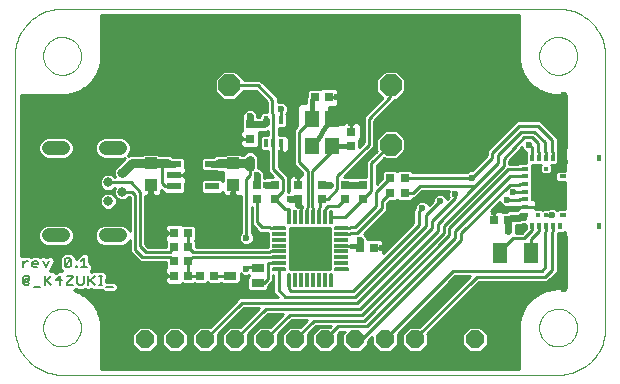
<source format=gtl>
G75*
%MOIN*%
%OFA0B0*%
%FSLAX24Y24*%
%IPPOS*%
%LPD*%
%AMOC8*
5,1,8,0,0,1.08239X$1,22.5*
%
%ADD10C,0.0000*%
%ADD11C,0.0080*%
%ADD12R,0.0236X0.0118*%
%ADD13R,0.0118X0.0118*%
%ADD14R,0.0118X0.0236*%
%ADD15R,0.0512X0.0709*%
%ADD16R,0.0276X0.0276*%
%ADD17OC8,0.0709*%
%ADD18C,0.0059*%
%ADD19R,0.0118X0.0472*%
%ADD20R,0.0472X0.0118*%
%ADD21R,0.1378X0.1378*%
%ADD22C,0.0315*%
%ADD23C,0.0472*%
%ADD24R,0.0394X0.0394*%
%ADD25R,0.0472X0.0551*%
%ADD26R,0.0157X0.0276*%
%ADD27R,0.0472X0.0236*%
%ADD28OC8,0.0591*%
%ADD29R,0.0433X0.0276*%
%ADD30C,0.0098*%
%ADD31C,0.0236*%
%ADD32C,0.0157*%
%ADD33C,0.0827*%
%ADD34C,0.0236*%
%ADD35C,0.0118*%
%ADD36C,0.0315*%
D10*
X005054Y003625D02*
X021590Y003625D01*
X005054Y003625D01*
X004424Y005200D02*
X004426Y005250D01*
X004432Y005300D01*
X004442Y005349D01*
X004456Y005397D01*
X004473Y005444D01*
X004494Y005489D01*
X004519Y005533D01*
X004547Y005574D01*
X004579Y005613D01*
X004613Y005650D01*
X004650Y005684D01*
X004690Y005714D01*
X004732Y005741D01*
X004776Y005765D01*
X004822Y005786D01*
X004869Y005802D01*
X004917Y005815D01*
X004967Y005824D01*
X005016Y005829D01*
X005067Y005830D01*
X005117Y005827D01*
X005166Y005820D01*
X005215Y005809D01*
X005263Y005794D01*
X005309Y005776D01*
X005354Y005754D01*
X005397Y005728D01*
X005438Y005699D01*
X005477Y005667D01*
X005513Y005632D01*
X005545Y005594D01*
X005575Y005554D01*
X005602Y005511D01*
X005625Y005467D01*
X005644Y005421D01*
X005660Y005373D01*
X005672Y005324D01*
X005680Y005275D01*
X005684Y005225D01*
X005684Y005175D01*
X005680Y005125D01*
X005672Y005076D01*
X005660Y005027D01*
X005644Y004979D01*
X005625Y004933D01*
X005602Y004889D01*
X005575Y004846D01*
X005545Y004806D01*
X005513Y004768D01*
X005477Y004733D01*
X005438Y004701D01*
X005397Y004672D01*
X005354Y004646D01*
X005309Y004624D01*
X005263Y004606D01*
X005215Y004591D01*
X005166Y004580D01*
X005117Y004573D01*
X005067Y004570D01*
X005016Y004571D01*
X004967Y004576D01*
X004917Y004585D01*
X004869Y004598D01*
X004822Y004614D01*
X004776Y004635D01*
X004732Y004659D01*
X004690Y004686D01*
X004650Y004716D01*
X004613Y004750D01*
X004579Y004787D01*
X004547Y004826D01*
X004519Y004867D01*
X004494Y004911D01*
X004473Y004956D01*
X004456Y005003D01*
X004442Y005051D01*
X004432Y005100D01*
X004426Y005150D01*
X004424Y005200D01*
X003479Y005200D02*
X003481Y005123D01*
X003487Y005046D01*
X003496Y004969D01*
X003509Y004893D01*
X003526Y004817D01*
X003547Y004743D01*
X003571Y004669D01*
X003599Y004597D01*
X003630Y004527D01*
X003665Y004458D01*
X003703Y004390D01*
X003744Y004325D01*
X003789Y004262D01*
X003837Y004201D01*
X003887Y004142D01*
X003940Y004086D01*
X003996Y004033D01*
X004055Y003983D01*
X004116Y003935D01*
X004179Y003890D01*
X004244Y003849D01*
X004312Y003811D01*
X004381Y003776D01*
X004451Y003745D01*
X004523Y003717D01*
X004597Y003693D01*
X004671Y003672D01*
X004747Y003655D01*
X004823Y003642D01*
X004900Y003633D01*
X004977Y003627D01*
X005054Y003625D01*
X004977Y003627D01*
X004900Y003633D01*
X004823Y003642D01*
X004747Y003655D01*
X004671Y003672D01*
X004597Y003693D01*
X004523Y003717D01*
X004451Y003745D01*
X004381Y003776D01*
X004312Y003811D01*
X004244Y003849D01*
X004179Y003890D01*
X004116Y003935D01*
X004055Y003983D01*
X003996Y004033D01*
X003940Y004086D01*
X003887Y004142D01*
X003837Y004201D01*
X003789Y004262D01*
X003744Y004325D01*
X003703Y004390D01*
X003665Y004458D01*
X003630Y004527D01*
X003599Y004597D01*
X003571Y004669D01*
X003547Y004743D01*
X003526Y004817D01*
X003509Y004893D01*
X003496Y004969D01*
X003487Y005046D01*
X003481Y005123D01*
X003479Y005200D01*
X003480Y005200D02*
X003480Y014255D01*
X003480Y005200D01*
X004424Y014255D02*
X004426Y014305D01*
X004432Y014355D01*
X004442Y014404D01*
X004456Y014452D01*
X004473Y014499D01*
X004494Y014544D01*
X004519Y014588D01*
X004547Y014629D01*
X004579Y014668D01*
X004613Y014705D01*
X004650Y014739D01*
X004690Y014769D01*
X004732Y014796D01*
X004776Y014820D01*
X004822Y014841D01*
X004869Y014857D01*
X004917Y014870D01*
X004967Y014879D01*
X005016Y014884D01*
X005067Y014885D01*
X005117Y014882D01*
X005166Y014875D01*
X005215Y014864D01*
X005263Y014849D01*
X005309Y014831D01*
X005354Y014809D01*
X005397Y014783D01*
X005438Y014754D01*
X005477Y014722D01*
X005513Y014687D01*
X005545Y014649D01*
X005575Y014609D01*
X005602Y014566D01*
X005625Y014522D01*
X005644Y014476D01*
X005660Y014428D01*
X005672Y014379D01*
X005680Y014330D01*
X005684Y014280D01*
X005684Y014230D01*
X005680Y014180D01*
X005672Y014131D01*
X005660Y014082D01*
X005644Y014034D01*
X005625Y013988D01*
X005602Y013944D01*
X005575Y013901D01*
X005545Y013861D01*
X005513Y013823D01*
X005477Y013788D01*
X005438Y013756D01*
X005397Y013727D01*
X005354Y013701D01*
X005309Y013679D01*
X005263Y013661D01*
X005215Y013646D01*
X005166Y013635D01*
X005117Y013628D01*
X005067Y013625D01*
X005016Y013626D01*
X004967Y013631D01*
X004917Y013640D01*
X004869Y013653D01*
X004822Y013669D01*
X004776Y013690D01*
X004732Y013714D01*
X004690Y013741D01*
X004650Y013771D01*
X004613Y013805D01*
X004579Y013842D01*
X004547Y013881D01*
X004519Y013922D01*
X004494Y013966D01*
X004473Y014011D01*
X004456Y014058D01*
X004442Y014106D01*
X004432Y014155D01*
X004426Y014205D01*
X004424Y014255D01*
X003479Y014255D02*
X003481Y014332D01*
X003487Y014409D01*
X003496Y014486D01*
X003509Y014562D01*
X003526Y014638D01*
X003547Y014712D01*
X003571Y014786D01*
X003599Y014858D01*
X003630Y014928D01*
X003665Y014997D01*
X003703Y015065D01*
X003744Y015130D01*
X003789Y015193D01*
X003837Y015254D01*
X003887Y015313D01*
X003940Y015369D01*
X003996Y015422D01*
X004055Y015472D01*
X004116Y015520D01*
X004179Y015565D01*
X004244Y015606D01*
X004312Y015644D01*
X004381Y015679D01*
X004451Y015710D01*
X004523Y015738D01*
X004597Y015762D01*
X004671Y015783D01*
X004747Y015800D01*
X004823Y015813D01*
X004900Y015822D01*
X004977Y015828D01*
X005054Y015830D01*
X021590Y015830D01*
X005054Y015830D01*
X004977Y015828D01*
X004900Y015822D01*
X004823Y015813D01*
X004747Y015800D01*
X004671Y015783D01*
X004597Y015762D01*
X004523Y015738D01*
X004451Y015710D01*
X004381Y015679D01*
X004312Y015644D01*
X004244Y015606D01*
X004179Y015565D01*
X004116Y015520D01*
X004055Y015472D01*
X003996Y015422D01*
X003940Y015369D01*
X003887Y015313D01*
X003837Y015254D01*
X003789Y015193D01*
X003744Y015130D01*
X003703Y015065D01*
X003665Y014997D01*
X003630Y014928D01*
X003599Y014858D01*
X003571Y014786D01*
X003547Y014712D01*
X003526Y014638D01*
X003509Y014562D01*
X003496Y014486D01*
X003487Y014409D01*
X003481Y014332D01*
X003479Y014255D01*
X020960Y014255D02*
X020962Y014305D01*
X020968Y014355D01*
X020978Y014404D01*
X020992Y014452D01*
X021009Y014499D01*
X021030Y014544D01*
X021055Y014588D01*
X021083Y014629D01*
X021115Y014668D01*
X021149Y014705D01*
X021186Y014739D01*
X021226Y014769D01*
X021268Y014796D01*
X021312Y014820D01*
X021358Y014841D01*
X021405Y014857D01*
X021453Y014870D01*
X021503Y014879D01*
X021552Y014884D01*
X021603Y014885D01*
X021653Y014882D01*
X021702Y014875D01*
X021751Y014864D01*
X021799Y014849D01*
X021845Y014831D01*
X021890Y014809D01*
X021933Y014783D01*
X021974Y014754D01*
X022013Y014722D01*
X022049Y014687D01*
X022081Y014649D01*
X022111Y014609D01*
X022138Y014566D01*
X022161Y014522D01*
X022180Y014476D01*
X022196Y014428D01*
X022208Y014379D01*
X022216Y014330D01*
X022220Y014280D01*
X022220Y014230D01*
X022216Y014180D01*
X022208Y014131D01*
X022196Y014082D01*
X022180Y014034D01*
X022161Y013988D01*
X022138Y013944D01*
X022111Y013901D01*
X022081Y013861D01*
X022049Y013823D01*
X022013Y013788D01*
X021974Y013756D01*
X021933Y013727D01*
X021890Y013701D01*
X021845Y013679D01*
X021799Y013661D01*
X021751Y013646D01*
X021702Y013635D01*
X021653Y013628D01*
X021603Y013625D01*
X021552Y013626D01*
X021503Y013631D01*
X021453Y013640D01*
X021405Y013653D01*
X021358Y013669D01*
X021312Y013690D01*
X021268Y013714D01*
X021226Y013741D01*
X021186Y013771D01*
X021149Y013805D01*
X021115Y013842D01*
X021083Y013881D01*
X021055Y013922D01*
X021030Y013966D01*
X021009Y014011D01*
X020992Y014058D01*
X020978Y014106D01*
X020968Y014155D01*
X020962Y014205D01*
X020960Y014255D01*
X021590Y015830D02*
X021667Y015828D01*
X021744Y015822D01*
X021821Y015813D01*
X021897Y015800D01*
X021973Y015783D01*
X022047Y015762D01*
X022121Y015738D01*
X022193Y015710D01*
X022263Y015679D01*
X022332Y015644D01*
X022400Y015606D01*
X022465Y015565D01*
X022528Y015520D01*
X022589Y015472D01*
X022648Y015422D01*
X022704Y015369D01*
X022757Y015313D01*
X022807Y015254D01*
X022855Y015193D01*
X022900Y015130D01*
X022941Y015065D01*
X022979Y014997D01*
X023014Y014928D01*
X023045Y014858D01*
X023073Y014786D01*
X023097Y014712D01*
X023118Y014638D01*
X023135Y014562D01*
X023148Y014486D01*
X023157Y014409D01*
X023163Y014332D01*
X023165Y014255D01*
X023165Y005200D01*
X023165Y014255D01*
X023163Y014332D01*
X023157Y014409D01*
X023148Y014486D01*
X023135Y014562D01*
X023118Y014638D01*
X023097Y014712D01*
X023073Y014786D01*
X023045Y014858D01*
X023014Y014928D01*
X022979Y014997D01*
X022941Y015065D01*
X022900Y015130D01*
X022855Y015193D01*
X022807Y015254D01*
X022757Y015313D01*
X022704Y015369D01*
X022648Y015422D01*
X022589Y015472D01*
X022528Y015520D01*
X022465Y015565D01*
X022400Y015606D01*
X022332Y015644D01*
X022263Y015679D01*
X022193Y015710D01*
X022121Y015738D01*
X022047Y015762D01*
X021973Y015783D01*
X021897Y015800D01*
X021821Y015813D01*
X021744Y015822D01*
X021667Y015828D01*
X021590Y015830D01*
X020960Y005200D02*
X020962Y005250D01*
X020968Y005300D01*
X020978Y005349D01*
X020992Y005397D01*
X021009Y005444D01*
X021030Y005489D01*
X021055Y005533D01*
X021083Y005574D01*
X021115Y005613D01*
X021149Y005650D01*
X021186Y005684D01*
X021226Y005714D01*
X021268Y005741D01*
X021312Y005765D01*
X021358Y005786D01*
X021405Y005802D01*
X021453Y005815D01*
X021503Y005824D01*
X021552Y005829D01*
X021603Y005830D01*
X021653Y005827D01*
X021702Y005820D01*
X021751Y005809D01*
X021799Y005794D01*
X021845Y005776D01*
X021890Y005754D01*
X021933Y005728D01*
X021974Y005699D01*
X022013Y005667D01*
X022049Y005632D01*
X022081Y005594D01*
X022111Y005554D01*
X022138Y005511D01*
X022161Y005467D01*
X022180Y005421D01*
X022196Y005373D01*
X022208Y005324D01*
X022216Y005275D01*
X022220Y005225D01*
X022220Y005175D01*
X022216Y005125D01*
X022208Y005076D01*
X022196Y005027D01*
X022180Y004979D01*
X022161Y004933D01*
X022138Y004889D01*
X022111Y004846D01*
X022081Y004806D01*
X022049Y004768D01*
X022013Y004733D01*
X021974Y004701D01*
X021933Y004672D01*
X021890Y004646D01*
X021845Y004624D01*
X021799Y004606D01*
X021751Y004591D01*
X021702Y004580D01*
X021653Y004573D01*
X021603Y004570D01*
X021552Y004571D01*
X021503Y004576D01*
X021453Y004585D01*
X021405Y004598D01*
X021358Y004614D01*
X021312Y004635D01*
X021268Y004659D01*
X021226Y004686D01*
X021186Y004716D01*
X021149Y004750D01*
X021115Y004787D01*
X021083Y004826D01*
X021055Y004867D01*
X021030Y004911D01*
X021009Y004956D01*
X020992Y005003D01*
X020978Y005051D01*
X020968Y005100D01*
X020962Y005150D01*
X020960Y005200D01*
X021590Y003625D02*
X021667Y003627D01*
X021744Y003633D01*
X021821Y003642D01*
X021897Y003655D01*
X021973Y003672D01*
X022047Y003693D01*
X022121Y003717D01*
X022193Y003745D01*
X022263Y003776D01*
X022332Y003811D01*
X022400Y003849D01*
X022465Y003890D01*
X022528Y003935D01*
X022589Y003983D01*
X022648Y004033D01*
X022704Y004086D01*
X022757Y004142D01*
X022807Y004201D01*
X022855Y004262D01*
X022900Y004325D01*
X022941Y004390D01*
X022979Y004458D01*
X023014Y004527D01*
X023045Y004597D01*
X023073Y004669D01*
X023097Y004743D01*
X023118Y004817D01*
X023135Y004893D01*
X023148Y004969D01*
X023157Y005046D01*
X023163Y005123D01*
X023165Y005200D01*
X023163Y005123D01*
X023157Y005046D01*
X023148Y004969D01*
X023135Y004893D01*
X023118Y004817D01*
X023097Y004743D01*
X023073Y004669D01*
X023045Y004597D01*
X023014Y004527D01*
X022979Y004458D01*
X022941Y004390D01*
X022900Y004325D01*
X022855Y004262D01*
X022807Y004201D01*
X022757Y004142D01*
X022704Y004086D01*
X022648Y004033D01*
X022589Y003983D01*
X022528Y003935D01*
X022465Y003890D01*
X022400Y003849D01*
X022332Y003811D01*
X022263Y003776D01*
X022193Y003745D01*
X022121Y003717D01*
X022047Y003693D01*
X021973Y003672D01*
X021897Y003655D01*
X021821Y003642D01*
X021744Y003633D01*
X021667Y003627D01*
X021590Y003625D01*
D11*
X006744Y006566D02*
X006535Y006566D01*
X006398Y006618D02*
X006293Y006618D01*
X006346Y006618D02*
X006346Y006932D01*
X006398Y006932D02*
X006293Y006932D01*
X006140Y006932D02*
X005931Y006723D01*
X005983Y006775D02*
X006140Y006618D01*
X005931Y006618D02*
X005931Y006932D01*
X005778Y006932D02*
X005778Y006670D01*
X005725Y006618D01*
X005621Y006618D01*
X005568Y006670D01*
X005568Y006932D01*
X005415Y006932D02*
X005415Y006880D01*
X005206Y006670D01*
X005206Y006618D01*
X005415Y006618D01*
X005053Y006775D02*
X004843Y006775D01*
X005000Y006932D01*
X005000Y006618D01*
X004690Y006618D02*
X004533Y006775D01*
X004481Y006723D02*
X004690Y006932D01*
X004481Y006932D02*
X004481Y006618D01*
X004328Y006566D02*
X004118Y006566D01*
X003965Y006670D02*
X003913Y006618D01*
X003808Y006618D01*
X003756Y006670D01*
X003756Y006880D01*
X003808Y006932D01*
X003913Y006932D01*
X003965Y006880D01*
X003965Y006775D01*
X003913Y006723D01*
X003913Y006827D01*
X003808Y006827D01*
X003808Y006723D01*
X003913Y006723D01*
X003756Y007209D02*
X003756Y007418D01*
X003860Y007418D02*
X003913Y007418D01*
X003860Y007418D02*
X003756Y007313D01*
X004058Y007313D02*
X004267Y007313D01*
X004267Y007366D01*
X004215Y007418D01*
X004110Y007418D01*
X004058Y007366D01*
X004058Y007261D01*
X004110Y007209D01*
X004215Y007209D01*
X004420Y007418D02*
X004525Y007209D01*
X004630Y007418D01*
X005145Y007470D02*
X005145Y007261D01*
X005355Y007470D01*
X005355Y007261D01*
X005302Y007209D01*
X005198Y007209D01*
X005145Y007261D01*
X005145Y007470D02*
X005198Y007523D01*
X005302Y007523D01*
X005355Y007470D01*
X005508Y007261D02*
X005560Y007261D01*
X005560Y007209D01*
X005508Y007209D01*
X005508Y007261D01*
X005689Y007209D02*
X005898Y007209D01*
X005794Y007209D02*
X005794Y007523D01*
X005689Y007418D01*
X005415Y006932D02*
X005206Y006932D01*
D12*
X020487Y008960D03*
X020487Y009216D03*
X020487Y009472D03*
X020487Y009728D03*
X020487Y009984D03*
X020487Y010240D03*
X020487Y010495D03*
X021747Y010495D03*
X021747Y010240D03*
X021747Y009984D03*
X021747Y009728D03*
X021747Y009472D03*
X021747Y009216D03*
X021747Y008960D03*
D13*
X021186Y008960D03*
X020930Y008960D03*
X021186Y010495D03*
D14*
X021186Y010121D03*
X020930Y010121D03*
X020930Y009728D03*
X021186Y009728D03*
X021186Y009334D03*
X020930Y009334D03*
X020940Y008586D03*
X020704Y008586D03*
X020468Y008586D03*
X021176Y008586D03*
X021413Y008586D03*
X021649Y008586D03*
X022948Y008586D03*
X022948Y010869D03*
X021649Y010869D03*
X021413Y010869D03*
X021176Y010869D03*
X020940Y010869D03*
X020704Y010869D03*
X020468Y010869D03*
D15*
X020684Y007680D03*
X019661Y007680D03*
D16*
X019464Y008783D03*
X019936Y008783D03*
X016472Y009688D03*
X015999Y009688D03*
X015999Y010200D03*
X016472Y010200D03*
X015094Y009964D03*
X015094Y009491D03*
X014503Y009491D03*
X014503Y009964D03*
X013716Y009964D03*
X013716Y009491D03*
X012928Y009491D03*
X012928Y009964D03*
X012141Y009964D03*
X012141Y009491D03*
X011550Y009491D03*
X011550Y009964D03*
X011314Y011499D03*
X011314Y011972D03*
X013480Y012877D03*
X013952Y012877D03*
X014700Y011736D03*
X014700Y011263D03*
X014976Y007838D03*
X015448Y007838D03*
X010133Y006932D03*
X009661Y006932D03*
X009267Y006932D03*
X008794Y006932D03*
X008794Y007405D03*
X008794Y007877D03*
X009267Y007877D03*
X009267Y007405D03*
X009267Y008350D03*
X008794Y008350D03*
D17*
X008135Y013271D03*
X010635Y013271D03*
X016009Y013271D03*
X016009Y011302D03*
X018509Y011302D03*
X018509Y013271D03*
D18*
X013981Y009088D02*
X013981Y008674D01*
X013981Y009088D02*
X014041Y009088D01*
X014041Y008674D01*
X013981Y008674D01*
X013981Y008732D02*
X014041Y008732D01*
X014041Y008790D02*
X013981Y008790D01*
X013981Y008848D02*
X014041Y008848D01*
X014041Y008906D02*
X013981Y008906D01*
X013981Y008964D02*
X014041Y008964D01*
X014041Y009022D02*
X013981Y009022D01*
X013981Y009080D02*
X014041Y009080D01*
X014158Y008497D02*
X014572Y008497D01*
X014158Y008497D02*
X014158Y008557D01*
X014572Y008557D01*
X014572Y008497D01*
X014572Y008555D02*
X014158Y008555D01*
X012603Y008674D02*
X012603Y009088D01*
X012663Y009088D01*
X012663Y008674D01*
X012603Y008674D01*
X012603Y008732D02*
X012663Y008732D01*
X012663Y008790D02*
X012603Y008790D01*
X012603Y008848D02*
X012663Y008848D01*
X012663Y008906D02*
X012603Y008906D01*
X012603Y008964D02*
X012663Y008964D01*
X012663Y009022D02*
X012603Y009022D01*
X012603Y009080D02*
X012663Y009080D01*
X012486Y008497D02*
X012072Y008497D01*
X012072Y008557D01*
X012486Y008557D01*
X012486Y008497D01*
X012486Y008555D02*
X012072Y008555D01*
X012072Y007119D02*
X012486Y007119D01*
X012072Y007119D02*
X012072Y007179D01*
X012486Y007179D01*
X012486Y007119D01*
X012486Y007177D02*
X012072Y007177D01*
X012603Y007002D02*
X012603Y006588D01*
X012603Y007002D02*
X012663Y007002D01*
X012663Y006588D01*
X012603Y006588D01*
X012603Y006646D02*
X012663Y006646D01*
X012663Y006704D02*
X012603Y006704D01*
X012603Y006762D02*
X012663Y006762D01*
X012663Y006820D02*
X012603Y006820D01*
X012603Y006878D02*
X012663Y006878D01*
X012663Y006936D02*
X012603Y006936D01*
X012603Y006994D02*
X012663Y006994D01*
X013981Y007002D02*
X013981Y006588D01*
X013981Y007002D02*
X014041Y007002D01*
X014041Y006588D01*
X013981Y006588D01*
X013981Y006646D02*
X014041Y006646D01*
X014041Y006704D02*
X013981Y006704D01*
X013981Y006762D02*
X014041Y006762D01*
X014041Y006820D02*
X013981Y006820D01*
X013981Y006878D02*
X014041Y006878D01*
X014041Y006936D02*
X013981Y006936D01*
X013981Y006994D02*
X014041Y006994D01*
X014158Y007119D02*
X014572Y007119D01*
X014158Y007119D02*
X014158Y007179D01*
X014572Y007179D01*
X014572Y007119D01*
X014572Y007177D02*
X014158Y007177D01*
D19*
X013814Y006795D03*
X013617Y006795D03*
X013420Y006795D03*
X013224Y006795D03*
X013027Y006795D03*
X012830Y006795D03*
X012830Y008881D03*
X013027Y008881D03*
X013224Y008881D03*
X013420Y008881D03*
X013617Y008881D03*
X013814Y008881D03*
D20*
X014365Y008330D03*
X014365Y008133D03*
X014365Y007936D03*
X014365Y007740D03*
X014365Y007543D03*
X014365Y007346D03*
X012279Y007346D03*
X012279Y007543D03*
X012279Y007740D03*
X012279Y007936D03*
X012279Y008133D03*
X012279Y008330D03*
D21*
X013322Y007838D03*
D22*
X007062Y009098D03*
X006590Y009413D03*
X007062Y009728D03*
X006590Y010043D03*
X007062Y010358D03*
D23*
X006983Y011184D02*
X006511Y011184D01*
X005094Y011184D02*
X004621Y011184D01*
X004621Y008271D02*
X005094Y008271D01*
X006511Y008271D02*
X006983Y008271D01*
D24*
X008007Y009964D03*
X008007Y010673D03*
X010763Y010673D03*
X010763Y009964D03*
D25*
X013381Y011243D03*
X014050Y011243D03*
X014050Y012149D03*
X013381Y012149D03*
D26*
X012357Y012110D03*
X011846Y012110D03*
X011846Y011362D03*
X012102Y011362D03*
X012357Y011362D03*
D27*
X010054Y010653D03*
X010054Y009905D03*
X008798Y009905D03*
X008798Y010279D03*
X008798Y010653D03*
D28*
X008822Y004806D03*
X007822Y004806D03*
X009822Y004806D03*
X010822Y004806D03*
X011822Y004806D03*
X012822Y004806D03*
X013822Y004806D03*
X014822Y004806D03*
X015822Y004806D03*
X016822Y004806D03*
X017822Y004806D03*
X018822Y004806D03*
D29*
X011570Y006677D03*
X011570Y007188D03*
X010665Y006932D03*
D30*
X010133Y006932D01*
X010359Y006702D02*
X010395Y006667D01*
X010934Y006667D01*
X011009Y006742D01*
X011009Y007008D01*
X011057Y006960D01*
X011147Y006923D01*
X011245Y006923D01*
X011284Y006939D01*
X011291Y006932D01*
X011226Y006867D01*
X011226Y006486D01*
X011301Y006411D01*
X011840Y006411D01*
X011915Y006486D01*
X011915Y006574D01*
X011964Y006623D01*
X012082Y006741D01*
X012082Y006962D01*
X012102Y006962D01*
X012102Y006367D01*
X012264Y006204D01*
X010969Y006204D01*
X010865Y006100D01*
X009995Y005230D01*
X009647Y005230D01*
X009399Y004982D01*
X009399Y004631D01*
X009647Y004383D01*
X009997Y004383D01*
X010245Y004631D01*
X010245Y004979D01*
X011116Y005850D01*
X011615Y005850D01*
X010995Y005230D01*
X010647Y005230D01*
X010399Y004982D01*
X010399Y004631D01*
X010647Y004383D01*
X010997Y004383D01*
X011245Y004631D01*
X011245Y004979D01*
X011919Y005653D01*
X012418Y005653D01*
X011995Y005230D01*
X011647Y005230D01*
X011399Y004982D01*
X011399Y004631D01*
X011647Y004383D01*
X011997Y004383D01*
X012245Y004631D01*
X012245Y004979D01*
X012722Y005456D01*
X013221Y005456D01*
X012995Y005230D01*
X012647Y005230D01*
X012399Y004982D01*
X012399Y004631D01*
X012647Y004383D01*
X012997Y004383D01*
X013245Y004631D01*
X013245Y004979D01*
X013525Y005259D01*
X014024Y005259D01*
X013995Y005230D01*
X013647Y005230D01*
X013399Y004982D01*
X013399Y004631D01*
X013647Y004383D01*
X013997Y004383D01*
X014245Y004631D01*
X014245Y004979D01*
X014329Y005062D01*
X014479Y005062D01*
X014399Y004982D01*
X014399Y004631D01*
X014647Y004383D01*
X014997Y004383D01*
X015245Y004631D01*
X015245Y004747D01*
X015399Y004900D01*
X015399Y004631D01*
X015647Y004383D01*
X015997Y004383D01*
X016245Y004631D01*
X016245Y004982D01*
X016237Y004990D01*
X018159Y006913D01*
X018642Y006913D01*
X016959Y005230D01*
X016647Y005230D01*
X016399Y004982D01*
X016399Y004631D01*
X016647Y004383D01*
X016997Y004383D01*
X017245Y004631D01*
X017245Y004982D01*
X017229Y004998D01*
X018947Y006716D01*
X021230Y006716D01*
X021334Y006820D01*
X021570Y007056D01*
X021570Y008316D01*
X021590Y008335D01*
X021590Y008340D01*
X021761Y008340D01*
X021816Y008395D01*
X021816Y008297D01*
X021865Y008248D01*
X021865Y006509D01*
X021637Y006509D01*
X021634Y006513D01*
X021585Y006509D01*
X021537Y006509D01*
X021533Y006505D01*
X021455Y006500D01*
X021446Y006506D01*
X021403Y006496D01*
X021360Y006493D01*
X021353Y006485D01*
X021271Y006467D01*
X021262Y006472D01*
X021221Y006456D01*
X021178Y006447D01*
X021172Y006438D01*
X021094Y006409D01*
X021084Y006412D01*
X021046Y006391D01*
X021005Y006376D01*
X021000Y006366D01*
X020927Y006326D01*
X020917Y006328D01*
X020882Y006302D01*
X020843Y006281D01*
X020840Y006271D01*
X020774Y006221D01*
X020763Y006221D01*
X020732Y006190D01*
X020697Y006163D01*
X020696Y006153D01*
X020637Y006094D01*
X020626Y006093D01*
X020600Y006058D01*
X020569Y006027D01*
X020569Y006016D01*
X020519Y005949D01*
X020509Y005947D01*
X020488Y005908D01*
X020462Y005873D01*
X020463Y005863D01*
X020424Y005789D01*
X020414Y005785D01*
X020399Y005744D01*
X020378Y005706D01*
X020381Y005696D01*
X020352Y005618D01*
X020343Y005612D01*
X020333Y005569D01*
X020318Y005528D01*
X020322Y005518D01*
X020305Y005437D01*
X020297Y005430D01*
X020294Y005386D01*
X020284Y005344D01*
X020290Y005335D01*
X020284Y005257D01*
X020281Y005253D01*
X020281Y005205D01*
X020277Y005156D01*
X020281Y005152D01*
X020281Y003832D01*
X006363Y003832D01*
X006363Y005152D01*
X006367Y005156D01*
X006363Y005205D01*
X006363Y005253D01*
X006360Y005257D01*
X006354Y005335D01*
X006360Y005344D01*
X006350Y005386D01*
X006347Y005430D01*
X006339Y005437D01*
X006322Y005518D01*
X006326Y005528D01*
X006311Y005569D01*
X006301Y005612D01*
X006293Y005618D01*
X006263Y005696D01*
X006266Y005706D01*
X006245Y005744D01*
X006230Y005785D01*
X006221Y005789D01*
X006181Y005863D01*
X006182Y005873D01*
X006156Y005908D01*
X006135Y005947D01*
X006125Y005949D01*
X006075Y006016D01*
X006075Y006027D01*
X006044Y006058D01*
X006018Y006093D01*
X006007Y006094D01*
X005948Y006153D01*
X005947Y006163D01*
X005912Y006190D01*
X005881Y006221D01*
X005870Y006221D01*
X005804Y006271D01*
X005801Y006281D01*
X005762Y006302D01*
X005727Y006328D01*
X005717Y006326D01*
X005644Y006366D01*
X005639Y006376D01*
X005598Y006391D01*
X005560Y006412D01*
X005550Y006409D01*
X005472Y006438D01*
X005466Y006447D01*
X005452Y006450D01*
X005485Y006450D01*
X005518Y006483D01*
X005551Y006450D01*
X005795Y006450D01*
X005828Y006483D01*
X005861Y006450D01*
X006000Y006450D01*
X006035Y006485D01*
X006071Y006450D01*
X006210Y006450D01*
X006217Y006457D01*
X006224Y006450D01*
X006413Y006450D01*
X006465Y006398D01*
X006814Y006398D01*
X006912Y006496D01*
X006912Y006635D01*
X006814Y006734D01*
X006520Y006734D01*
X006514Y006740D01*
X006514Y006810D01*
X006566Y006862D01*
X006566Y007002D01*
X006468Y007100D01*
X006224Y007100D01*
X006217Y007093D01*
X006210Y007100D01*
X006071Y007100D01*
X006035Y007065D01*
X006014Y007087D01*
X006066Y007139D01*
X006066Y007278D01*
X005968Y007377D01*
X005962Y007377D01*
X005962Y007592D01*
X005913Y007641D01*
X005863Y007691D01*
X005724Y007691D01*
X005658Y007624D01*
X005626Y007592D01*
X005523Y007489D01*
X005523Y007540D01*
X005470Y007592D01*
X005470Y007592D01*
X005373Y007689D01*
X005372Y007691D01*
X005267Y007691D01*
X005251Y007691D01*
X005233Y007691D01*
X005233Y007691D01*
X005128Y007691D01*
X005030Y007592D01*
X004977Y007540D01*
X004977Y007495D01*
X004977Y007191D01*
X005069Y007100D01*
X004931Y007100D01*
X004845Y007014D01*
X004760Y007100D01*
X004666Y007100D01*
X004681Y007144D01*
X004811Y007405D01*
X004767Y007537D01*
X004643Y007599D01*
X005037Y007599D01*
X005030Y007592D02*
X005030Y007592D01*
X004977Y007540D02*
X004977Y007540D01*
X004977Y007540D01*
X004977Y007502D02*
X004779Y007502D01*
X004811Y007405D02*
X004977Y007405D01*
X004977Y007309D02*
X004763Y007309D01*
X004714Y007212D02*
X004977Y007212D01*
X005054Y007115D02*
X004671Y007115D01*
X004842Y007018D02*
X004848Y007018D01*
X005523Y007502D02*
X005536Y007502D01*
X005523Y007540D02*
X005523Y007540D01*
X005523Y007540D01*
X005463Y007599D02*
X005633Y007599D01*
X005626Y007592D02*
X005626Y007592D01*
X005372Y007691D02*
X005372Y007691D01*
X005372Y007691D01*
X005267Y007691D02*
X005267Y007691D01*
X005166Y007907D02*
X005300Y007962D01*
X005402Y008065D01*
X005458Y008199D01*
X005458Y008343D01*
X005402Y008477D01*
X005300Y008580D01*
X005166Y008635D01*
X004549Y008635D01*
X004415Y008580D01*
X004313Y008477D01*
X004257Y008343D01*
X004257Y008199D01*
X004313Y008065D01*
X004415Y007962D01*
X004549Y007907D01*
X005166Y007907D01*
X005325Y007987D02*
X006280Y007987D01*
X006305Y007962D02*
X006439Y007907D01*
X007056Y007907D01*
X007190Y007962D01*
X007292Y008065D01*
X007318Y008127D01*
X007318Y007725D01*
X007422Y007621D01*
X007554Y007489D01*
X007658Y007385D01*
X008529Y007385D01*
X008529Y007214D01*
X008534Y007209D01*
X008480Y007155D01*
X008480Y007025D01*
X008572Y006932D01*
X008480Y006840D01*
X008480Y006710D01*
X008572Y006617D01*
X009017Y006617D01*
X009071Y006672D01*
X009076Y006667D01*
X009458Y006667D01*
X009464Y006673D01*
X009470Y006667D01*
X009851Y006667D01*
X009897Y006712D01*
X009942Y006667D01*
X010324Y006667D01*
X010359Y006702D01*
X010994Y006727D02*
X011226Y006727D01*
X011226Y006824D02*
X011009Y006824D01*
X011009Y006921D02*
X011279Y006921D01*
X011226Y006630D02*
X009030Y006630D01*
X008794Y006932D02*
X008572Y006932D01*
X008794Y006932D01*
X008794Y006932D01*
X008560Y006921D02*
X006566Y006921D01*
X006550Y007018D02*
X008486Y007018D01*
X008480Y007115D02*
X006042Y007115D01*
X006066Y007212D02*
X008531Y007212D01*
X008529Y007309D02*
X006036Y007309D01*
X005962Y007405D02*
X007638Y007405D01*
X007554Y007489D02*
X007554Y007489D01*
X007541Y007502D02*
X005962Y007502D01*
X005955Y007599D02*
X007444Y007599D01*
X007422Y007621D02*
X007422Y007621D01*
X007347Y007696D02*
X003686Y007696D01*
X003686Y007599D02*
X004407Y007599D01*
X004317Y007554D01*
X004284Y007586D01*
X004041Y007586D01*
X004011Y007557D01*
X003982Y007586D01*
X003686Y007586D01*
X003686Y012946D01*
X005007Y012946D01*
X005011Y012943D01*
X005059Y012946D01*
X005107Y012946D01*
X005111Y012950D01*
X005189Y012956D01*
X005198Y012950D01*
X005241Y012959D01*
X005284Y012962D01*
X005291Y012970D01*
X005373Y012988D01*
X005382Y012984D01*
X005423Y012999D01*
X005466Y013008D01*
X005472Y013017D01*
X005550Y013046D01*
X005560Y013043D01*
X005598Y013064D01*
X005639Y013080D01*
X005644Y013089D01*
X005717Y013129D01*
X005727Y013127D01*
X005762Y013154D01*
X005801Y013175D01*
X005804Y013185D01*
X005870Y013235D01*
X005881Y013235D01*
X005912Y013266D01*
X005947Y013292D01*
X005948Y013302D01*
X006007Y013361D01*
X006018Y013363D01*
X006044Y013398D01*
X006075Y013429D01*
X006075Y013439D01*
X006125Y013506D01*
X006135Y013509D01*
X006156Y013547D01*
X006182Y013582D01*
X006181Y013593D01*
X006221Y013666D01*
X006230Y013670D01*
X006245Y013711D01*
X006266Y013750D01*
X006263Y013760D01*
X006293Y013838D01*
X006301Y013844D01*
X006311Y013886D01*
X006326Y013927D01*
X006322Y013937D01*
X006339Y014018D01*
X006347Y014025D01*
X006350Y014069D01*
X006360Y014112D01*
X006354Y014121D01*
X006360Y014199D01*
X006363Y014202D01*
X006363Y014251D01*
X006367Y014299D01*
X006363Y014303D01*
X006363Y015623D01*
X020281Y015623D01*
X020281Y014303D01*
X020277Y014299D01*
X020281Y014251D01*
X020281Y014202D01*
X020284Y014199D01*
X020290Y014121D01*
X020284Y014112D01*
X020294Y014069D01*
X020297Y014025D01*
X020305Y014018D01*
X020322Y013937D01*
X020318Y013927D01*
X020333Y013886D01*
X020343Y013844D01*
X020352Y013838D01*
X020381Y013760D01*
X020378Y013750D01*
X020399Y013711D01*
X020414Y013670D01*
X020424Y013666D01*
X020463Y013593D01*
X020462Y013582D01*
X020488Y013547D01*
X020509Y013509D01*
X020519Y013506D01*
X020569Y013439D01*
X020569Y013429D01*
X020600Y013398D01*
X020626Y013363D01*
X020637Y013361D01*
X020696Y013302D01*
X020697Y013292D01*
X020732Y013266D01*
X020763Y013235D01*
X020774Y013235D01*
X020840Y013185D01*
X020843Y013175D01*
X020882Y013154D01*
X020917Y013127D01*
X020927Y013129D01*
X021000Y013089D01*
X021005Y013080D01*
X021046Y013064D01*
X021084Y013043D01*
X021094Y013046D01*
X021172Y013017D01*
X021178Y013008D01*
X021221Y012999D01*
X021262Y012984D01*
X021271Y012988D01*
X021353Y012970D01*
X021360Y012962D01*
X021403Y012959D01*
X021446Y012950D01*
X021455Y012956D01*
X021533Y012950D01*
X021537Y012946D01*
X021585Y012946D01*
X021634Y012943D01*
X021637Y012946D01*
X021865Y012946D01*
X021865Y011208D01*
X021816Y011159D01*
X021816Y010427D01*
X021576Y010427D01*
X021501Y010352D01*
X021501Y010127D01*
X021576Y010052D01*
X021816Y010052D01*
X021816Y009147D01*
X021576Y009147D01*
X021555Y009126D01*
X021532Y009149D01*
X021442Y009186D01*
X021344Y009186D01*
X021254Y009149D01*
X021252Y009147D01*
X021074Y009147D01*
X021058Y009131D01*
X021042Y009147D01*
X020852Y009147D01*
X020852Y009167D01*
X020803Y009216D01*
X020852Y009265D01*
X020852Y009403D01*
X020754Y009501D01*
X020733Y009501D01*
X020733Y009584D01*
X020718Y009600D01*
X020733Y009616D01*
X020733Y009840D01*
X020718Y009856D01*
X020733Y009872D01*
X020733Y010096D01*
X020718Y010112D01*
X020733Y010127D01*
X020733Y010352D01*
X020718Y010367D01*
X020733Y010383D01*
X020733Y010607D01*
X020718Y010623D01*
X020816Y010623D01*
X020822Y010629D01*
X020828Y010623D01*
X021015Y010623D01*
X020999Y010607D01*
X020999Y010383D01*
X021074Y010308D01*
X021298Y010308D01*
X021373Y010383D01*
X021373Y010607D01*
X021357Y010623D01*
X021525Y010623D01*
X021600Y010698D01*
X021600Y011041D01*
X021590Y011050D01*
X021590Y011120D01*
X021570Y011140D01*
X021570Y011533D01*
X021098Y012006D01*
X020994Y012110D01*
X020217Y012110D01*
X019312Y011204D01*
X019208Y011100D01*
X019208Y010943D01*
X018711Y010446D01*
X018667Y010446D01*
X018576Y010409D01*
X018545Y010377D01*
X016737Y010377D01*
X016737Y010391D01*
X016662Y010466D01*
X016281Y010466D01*
X016235Y010420D01*
X016190Y010466D01*
X015808Y010466D01*
X015733Y010391D01*
X015733Y010185D01*
X015546Y009998D01*
X015546Y010599D01*
X015788Y010841D01*
X015809Y010820D01*
X016209Y010820D01*
X016491Y011103D01*
X016491Y011502D01*
X016209Y011785D01*
X015809Y011785D01*
X015527Y011502D01*
X015527Y011103D01*
X015538Y011092D01*
X015192Y010746D01*
X015192Y010230D01*
X014903Y010230D01*
X014883Y010210D01*
X014714Y010210D01*
X014694Y010230D01*
X014468Y010230D01*
X015364Y011125D01*
X015468Y011229D01*
X015468Y012095D01*
X016123Y012750D01*
X016163Y012789D01*
X016209Y012789D01*
X016491Y013071D01*
X016491Y013471D01*
X016209Y013753D01*
X015809Y013753D01*
X015527Y013471D01*
X015527Y013071D01*
X015735Y012863D01*
X015113Y012242D01*
X015113Y011376D01*
X014966Y011228D01*
X014966Y011454D01*
X014961Y011459D01*
X015015Y011513D01*
X015015Y011958D01*
X014923Y012051D01*
X014792Y012051D01*
X014700Y011958D01*
X014608Y012051D01*
X014477Y012051D01*
X014428Y012001D01*
X013942Y012001D01*
X013942Y012562D01*
X014175Y012562D01*
X014267Y012655D01*
X014267Y012785D01*
X014175Y012877D01*
X014267Y012970D01*
X014267Y013100D01*
X014175Y013192D01*
X013690Y013192D01*
X013641Y013143D01*
X013289Y013143D01*
X013214Y013068D01*
X013214Y012904D01*
X013174Y012864D01*
X013174Y012671D01*
X012985Y012671D01*
X012899Y012584D01*
X012899Y011917D01*
X012894Y011913D01*
X012791Y011809D01*
X012791Y010639D01*
X013066Y010363D01*
X013066Y010279D01*
X013021Y010279D01*
X012928Y010187D01*
X012836Y010279D01*
X012706Y010279D01*
X012613Y010187D01*
X012613Y009741D01*
X012617Y009738D01*
X012604Y009738D01*
X012594Y009733D01*
X012594Y010234D01*
X012490Y010338D01*
X012490Y010338D01*
X012279Y010549D01*
X012279Y011027D01*
X012324Y011027D01*
X012357Y011060D01*
X012391Y011027D01*
X012521Y011027D01*
X012613Y011119D01*
X012613Y011525D01*
X012521Y011617D01*
X012279Y011617D01*
X012279Y011844D01*
X012489Y011844D01*
X012564Y011919D01*
X012564Y012300D01*
X012533Y012331D01*
X012546Y012344D01*
X012584Y012435D01*
X012584Y012533D01*
X012546Y012623D01*
X012477Y012692D01*
X012387Y012730D01*
X012289Y012730D01*
X012239Y012709D01*
X012239Y012872D01*
X011663Y013448D01*
X011117Y013448D01*
X011117Y013471D01*
X010835Y013753D01*
X010435Y013753D01*
X010153Y013471D01*
X010153Y013071D01*
X010435Y012789D01*
X010835Y012789D01*
X011117Y013071D01*
X011117Y013094D01*
X011516Y013094D01*
X011885Y012725D01*
X011885Y012375D01*
X011714Y012375D01*
X011639Y012300D01*
X011639Y012251D01*
X011637Y012249D01*
X011624Y012218D01*
X011560Y012218D01*
X011560Y012296D01*
X011523Y012387D01*
X011454Y012456D01*
X011363Y012493D01*
X011265Y012493D01*
X011175Y012456D01*
X011106Y012387D01*
X011068Y012296D01*
X011068Y012182D01*
X011048Y012163D01*
X011048Y011781D01*
X011053Y011776D01*
X010999Y011722D01*
X010999Y011592D01*
X011091Y011499D01*
X010999Y011407D01*
X010999Y011277D01*
X011091Y011184D01*
X011537Y011184D01*
X011629Y011277D01*
X011629Y011722D01*
X011625Y011726D01*
X011836Y011726D01*
X011924Y011763D01*
X011924Y011627D01*
X011714Y011627D01*
X011639Y011552D01*
X011639Y011171D01*
X011714Y011096D01*
X011924Y011096D01*
X011924Y010402D01*
X012028Y010299D01*
X012097Y010230D01*
X011950Y010230D01*
X011930Y010210D01*
X011816Y010210D01*
X011796Y010202D01*
X011796Y010328D01*
X011759Y010418D01*
X011690Y010487D01*
X011600Y010525D01*
X011600Y010847D01*
X011556Y010952D01*
X011476Y011033D01*
X011371Y011076D01*
X011257Y011076D01*
X011152Y011033D01*
X011078Y010958D01*
X011052Y010958D01*
X011013Y010997D01*
X010513Y010997D01*
X010474Y010958D01*
X010234Y010958D01*
X010129Y010915D01*
X010113Y010899D01*
X009765Y010899D01*
X009690Y010824D01*
X009690Y010482D01*
X009765Y010407D01*
X010186Y010407D01*
X010234Y010387D01*
X010409Y010387D01*
X010409Y010086D01*
X010344Y010151D01*
X009765Y010151D01*
X009690Y010076D01*
X009690Y009734D01*
X009765Y009659D01*
X010344Y009659D01*
X010409Y009724D01*
X010409Y009662D01*
X010501Y009570D01*
X010631Y009570D01*
X010724Y009662D01*
X010724Y010003D01*
X010802Y010003D01*
X010802Y009662D01*
X010895Y009570D01*
X011019Y009570D01*
X011019Y008363D01*
X010987Y008332D01*
X010950Y008241D01*
X010950Y008143D01*
X010987Y008053D01*
X011057Y007984D01*
X011147Y007946D01*
X011245Y007946D01*
X011335Y007984D01*
X011405Y008053D01*
X011442Y008143D01*
X011442Y008241D01*
X011405Y008332D01*
X011373Y008363D01*
X011373Y009226D01*
X011373Y009226D01*
X011373Y008631D01*
X011531Y008473D01*
X011634Y008369D01*
X011910Y008369D01*
X011915Y008365D01*
X011915Y007901D01*
X011910Y007897D01*
X009533Y007897D01*
X009533Y008068D01*
X009487Y008114D01*
X009533Y008159D01*
X009533Y008541D01*
X009458Y008615D01*
X009076Y008615D01*
X009071Y008611D01*
X009017Y008665D01*
X008572Y008665D01*
X008480Y008572D01*
X008480Y008442D01*
X008572Y008350D01*
X008794Y008350D01*
X008794Y008350D01*
X008572Y008350D01*
X008480Y008257D01*
X008480Y008127D01*
X008534Y008073D01*
X008529Y008068D01*
X008529Y007897D01*
X007923Y007897D01*
X007830Y007990D01*
X007830Y009570D01*
X007875Y009570D01*
X007968Y009662D01*
X007968Y010003D01*
X008046Y010003D01*
X008046Y009662D01*
X008139Y009570D01*
X008269Y009570D01*
X008361Y009662D01*
X008361Y009792D01*
X008406Y009747D01*
X008434Y009747D01*
X008434Y009734D01*
X008509Y009659D01*
X009088Y009659D01*
X009163Y009734D01*
X009163Y010031D01*
X009188Y010056D01*
X009188Y010187D01*
X009096Y010279D01*
X009188Y010371D01*
X009188Y010502D01*
X009163Y010527D01*
X009163Y010824D01*
X009088Y010899D01*
X008736Y010899D01*
X008720Y010915D01*
X008615Y010958D01*
X008296Y010958D01*
X008257Y010997D01*
X007757Y010997D01*
X007718Y010958D01*
X007320Y010958D01*
X007238Y010924D01*
X007292Y010978D01*
X007348Y011112D01*
X007348Y011257D01*
X007292Y011391D01*
X007190Y011493D01*
X007056Y011549D01*
X006439Y011549D01*
X006305Y011493D01*
X006202Y011391D01*
X006147Y011257D01*
X006147Y011112D01*
X006202Y010978D01*
X006305Y010876D01*
X006439Y010820D01*
X007056Y010820D01*
X007167Y010866D01*
X007135Y010834D01*
X006901Y010600D01*
X006901Y010600D01*
X006820Y010519D01*
X006777Y010414D01*
X006777Y010301D01*
X006806Y010230D01*
X006751Y010285D01*
X006647Y010328D01*
X006533Y010328D01*
X006428Y010285D01*
X006348Y010204D01*
X006304Y010099D01*
X006304Y009986D01*
X006348Y009881D01*
X006428Y009801D01*
X006533Y009757D01*
X006647Y009757D01*
X006751Y009801D01*
X006806Y009855D01*
X006777Y009784D01*
X006777Y009671D01*
X006806Y009600D01*
X006751Y009655D01*
X006647Y009698D01*
X006533Y009698D01*
X006428Y009655D01*
X006348Y009574D01*
X006304Y009470D01*
X006304Y009356D01*
X006348Y009251D01*
X006428Y009171D01*
X006533Y009127D01*
X006647Y009127D01*
X006751Y009171D01*
X006832Y009251D01*
X006875Y009356D01*
X006875Y009470D01*
X006846Y009540D01*
X006901Y009486D01*
X007005Y009442D01*
X007119Y009442D01*
X007224Y009486D01*
X007289Y009551D01*
X007304Y009551D01*
X007318Y009536D01*
X007318Y008415D01*
X007292Y008477D01*
X007190Y008580D01*
X007056Y008635D01*
X006439Y008635D01*
X006305Y008580D01*
X006202Y008477D01*
X006147Y008343D01*
X006147Y008199D01*
X006202Y008065D01*
X006305Y007962D01*
X006194Y008084D02*
X005410Y008084D01*
X005451Y008181D02*
X006154Y008181D01*
X006147Y008278D02*
X005458Y008278D01*
X005445Y008375D02*
X006160Y008375D01*
X006200Y008472D02*
X005405Y008472D01*
X005311Y008569D02*
X006294Y008569D01*
X006478Y009150D02*
X003686Y009150D01*
X003686Y009053D02*
X007318Y009053D01*
X007318Y008956D02*
X003686Y008956D01*
X003686Y008859D02*
X007318Y008859D01*
X007318Y008762D02*
X003686Y008762D01*
X003686Y008665D02*
X007318Y008665D01*
X007318Y008569D02*
X007201Y008569D01*
X007295Y008472D02*
X007318Y008472D01*
X007300Y008084D02*
X007318Y008084D01*
X007318Y007987D02*
X007214Y007987D01*
X007318Y007890D02*
X003686Y007890D01*
X003686Y007793D02*
X007318Y007793D01*
X007495Y007799D02*
X007732Y007562D01*
X008637Y007562D01*
X008794Y007405D01*
X008637Y007720D02*
X007850Y007720D01*
X007653Y007917D01*
X007653Y009728D01*
X007338Y010043D01*
X006590Y010043D01*
X006683Y010313D02*
X006777Y010313D01*
X006777Y010410D02*
X003686Y010410D01*
X003686Y010313D02*
X006497Y010313D01*
X006360Y010216D02*
X003686Y010216D01*
X003686Y010119D02*
X006313Y010119D01*
X006304Y010022D02*
X003686Y010022D01*
X003686Y009925D02*
X006329Y009925D01*
X006400Y009829D02*
X003686Y009829D01*
X003686Y009732D02*
X006777Y009732D01*
X006779Y009829D02*
X006795Y009829D01*
X006792Y009635D02*
X006771Y009635D01*
X006847Y009538D02*
X006848Y009538D01*
X006875Y009441D02*
X007318Y009441D01*
X007317Y009538D02*
X007276Y009538D01*
X007318Y009344D02*
X006870Y009344D01*
X006828Y009247D02*
X007318Y009247D01*
X007318Y009150D02*
X006702Y009150D01*
X006352Y009247D02*
X003686Y009247D01*
X003686Y009344D02*
X006309Y009344D01*
X006304Y009441D02*
X003686Y009441D01*
X003686Y009538D02*
X006333Y009538D01*
X006408Y009635D02*
X003686Y009635D01*
X003686Y010507D02*
X006815Y010507D01*
X006905Y010604D02*
X003686Y010604D01*
X003686Y010701D02*
X007002Y010701D01*
X007099Y010798D02*
X003686Y010798D01*
X003686Y010895D02*
X004396Y010895D01*
X004415Y010876D02*
X004549Y010820D01*
X005166Y010820D01*
X005300Y010876D01*
X005402Y010978D01*
X005458Y011112D01*
X005458Y011257D01*
X005402Y011391D01*
X005300Y011493D01*
X005166Y011549D01*
X004549Y011549D01*
X004415Y011493D01*
X004313Y011391D01*
X004257Y011257D01*
X004257Y011112D01*
X004313Y010978D01*
X004415Y010876D01*
X004307Y010992D02*
X003686Y010992D01*
X003686Y011089D02*
X004267Y011089D01*
X004257Y011186D02*
X003686Y011186D01*
X003686Y011282D02*
X004268Y011282D01*
X004308Y011379D02*
X003686Y011379D01*
X003686Y011476D02*
X004398Y011476D01*
X003686Y011573D02*
X011018Y011573D01*
X010999Y011670D02*
X003686Y011670D01*
X003686Y011767D02*
X011044Y011767D01*
X011048Y011864D02*
X003686Y011864D01*
X003686Y011961D02*
X011048Y011961D01*
X011048Y012058D02*
X003686Y012058D01*
X003686Y012155D02*
X011048Y012155D01*
X011068Y012252D02*
X003686Y012252D01*
X003686Y012349D02*
X011090Y012349D01*
X011164Y012446D02*
X003686Y012446D01*
X003686Y012542D02*
X011885Y012542D01*
X011885Y012446D02*
X011464Y012446D01*
X011539Y012349D02*
X011687Y012349D01*
X011639Y012252D02*
X011560Y012252D01*
X011885Y012639D02*
X003686Y012639D01*
X003686Y012736D02*
X011874Y012736D01*
X011777Y012833D02*
X010879Y012833D01*
X010976Y012930D02*
X011680Y012930D01*
X011583Y013027D02*
X011073Y013027D01*
X010635Y013271D02*
X011590Y013271D01*
X012062Y012799D01*
X012062Y012365D01*
X012102Y012326D01*
X012102Y011362D01*
X012102Y010476D01*
X012417Y010161D01*
X012417Y009767D01*
X012141Y009491D01*
X012495Y009137D01*
X012613Y009137D01*
X012633Y009117D01*
X012633Y008881D01*
X013027Y008881D02*
X013027Y009196D01*
X013007Y009216D01*
X013224Y009196D02*
X013224Y008881D01*
X013420Y008881D02*
X013420Y009196D01*
X013401Y009216D01*
X013401Y010436D01*
X014050Y011086D01*
X014050Y011243D01*
X014700Y011736D02*
X014700Y011958D01*
X014700Y011736D01*
X014700Y011736D01*
X014700Y011767D02*
X014700Y011767D01*
X014700Y011864D02*
X014700Y011864D01*
X014697Y011961D02*
X014703Y011961D01*
X015012Y011961D02*
X015113Y011961D01*
X015113Y012058D02*
X013942Y012058D01*
X013942Y012155D02*
X015113Y012155D01*
X015123Y012252D02*
X013942Y012252D01*
X013942Y012349D02*
X015220Y012349D01*
X015317Y012446D02*
X013942Y012446D01*
X013942Y012542D02*
X015414Y012542D01*
X015511Y012639D02*
X014252Y012639D01*
X014267Y012736D02*
X015608Y012736D01*
X015705Y012833D02*
X014219Y012833D01*
X014175Y012877D02*
X013913Y012877D01*
X013913Y012877D01*
X014175Y012877D01*
X014228Y012930D02*
X015668Y012930D01*
X015571Y013027D02*
X014267Y013027D01*
X014243Y013124D02*
X015527Y013124D01*
X015527Y013221D02*
X011890Y013221D01*
X011793Y013318D02*
X015527Y013318D01*
X015527Y013415D02*
X011697Y013415D01*
X011987Y013124D02*
X013270Y013124D01*
X013214Y013027D02*
X012084Y013027D01*
X012181Y012930D02*
X013214Y012930D01*
X013174Y012833D02*
X012239Y012833D01*
X012239Y012736D02*
X013174Y012736D01*
X012954Y012639D02*
X012530Y012639D01*
X012580Y012542D02*
X012899Y012542D01*
X012899Y012446D02*
X012584Y012446D01*
X012548Y012349D02*
X012899Y012349D01*
X012899Y012252D02*
X012564Y012252D01*
X012564Y012155D02*
X012899Y012155D01*
X012899Y012058D02*
X012564Y012058D01*
X012564Y011961D02*
X012899Y011961D01*
X012846Y011864D02*
X012509Y011864D01*
X012279Y011767D02*
X012791Y011767D01*
X012791Y011670D02*
X012279Y011670D01*
X012565Y011573D02*
X012791Y011573D01*
X012791Y011476D02*
X012613Y011476D01*
X012613Y011379D02*
X012791Y011379D01*
X012791Y011282D02*
X012613Y011282D01*
X012613Y011186D02*
X012791Y011186D01*
X012791Y011089D02*
X012583Y011089D01*
X012791Y010992D02*
X012279Y010992D01*
X012338Y011027D02*
X012338Y011322D01*
X012357Y011362D01*
X011924Y011670D02*
X011629Y011670D01*
X011629Y011573D02*
X011660Y011573D01*
X011639Y011476D02*
X011629Y011476D01*
X011629Y011379D02*
X011639Y011379D01*
X011629Y011282D02*
X011639Y011282D01*
X011639Y011186D02*
X011538Y011186D01*
X011517Y010992D02*
X011924Y010992D01*
X011924Y011089D02*
X007338Y011089D01*
X007348Y011186D02*
X011090Y011186D01*
X010999Y011282D02*
X007337Y011282D01*
X007297Y011379D02*
X010999Y011379D01*
X011068Y011476D02*
X007207Y011476D01*
X007298Y010992D02*
X007752Y010992D01*
X008263Y010992D02*
X010507Y010992D01*
X011019Y010992D02*
X011111Y010992D01*
X011580Y010895D02*
X011924Y010895D01*
X011924Y010798D02*
X011600Y010798D01*
X011600Y010701D02*
X011924Y010701D01*
X011924Y010604D02*
X011600Y010604D01*
X011643Y010507D02*
X011924Y010507D01*
X011924Y010410D02*
X011762Y010410D01*
X011796Y010313D02*
X012014Y010313D01*
X012028Y010299D02*
X012028Y010299D01*
X011937Y010216D02*
X011796Y010216D01*
X011314Y010279D02*
X011314Y010554D01*
X011314Y010279D02*
X011196Y010161D01*
X011196Y008192D01*
X010950Y008181D02*
X009533Y008181D01*
X009533Y008278D02*
X010965Y008278D01*
X011019Y008375D02*
X009533Y008375D01*
X009533Y008472D02*
X011019Y008472D01*
X011019Y008569D02*
X009505Y008569D01*
X009267Y008350D02*
X009267Y007877D01*
X009424Y007720D01*
X011983Y007720D01*
X012003Y007740D01*
X012279Y007740D01*
X012279Y007543D02*
X012003Y007543D01*
X011983Y007562D01*
X009424Y007562D01*
X009267Y007405D01*
X009267Y006932D01*
X009661Y006932D01*
X008559Y006630D02*
X006912Y006630D01*
X006912Y006533D02*
X011226Y006533D01*
X011275Y006436D02*
X006852Y006436D01*
X006821Y006727D02*
X008480Y006727D01*
X008480Y006824D02*
X006527Y006824D01*
X006427Y006436D02*
X005478Y006436D01*
X005693Y006339D02*
X012129Y006339D01*
X012102Y006436D02*
X011865Y006436D01*
X011915Y006533D02*
X012102Y006533D01*
X012102Y006630D02*
X011971Y006630D01*
X012068Y006727D02*
X012102Y006727D01*
X012102Y006824D02*
X012082Y006824D01*
X012082Y006921D02*
X012102Y006921D01*
X011905Y006814D02*
X011787Y006696D01*
X011590Y006696D01*
X011570Y006677D01*
X011905Y006814D02*
X011905Y007326D01*
X011924Y007346D01*
X012279Y007346D01*
X012279Y007149D02*
X012279Y006440D01*
X012495Y006224D01*
X014818Y006224D01*
X017180Y008586D01*
X017180Y008940D01*
X017653Y009413D01*
X017883Y009500D02*
X017861Y009552D01*
X017792Y009621D01*
X017702Y009659D01*
X017604Y009659D01*
X017513Y009621D01*
X017444Y009552D01*
X017407Y009462D01*
X017407Y009417D01*
X017281Y009291D01*
X017271Y009316D01*
X017202Y009385D01*
X017111Y009423D01*
X017013Y009423D01*
X016923Y009385D01*
X016854Y009316D01*
X016816Y009225D01*
X016816Y009181D01*
X016767Y009132D01*
X016767Y008699D01*
X015763Y007695D01*
X015763Y007746D01*
X015671Y007838D01*
X015763Y007930D01*
X015763Y008061D01*
X015671Y008153D01*
X015225Y008153D01*
X015222Y008149D01*
X015222Y008162D01*
X015184Y008253D01*
X015117Y008320D01*
X015797Y008999D01*
X015901Y009103D01*
X015901Y009339D01*
X015984Y009423D01*
X016190Y009423D01*
X016235Y009468D01*
X016281Y009423D01*
X016662Y009423D01*
X016737Y009498D01*
X016737Y009511D01*
X016821Y009511D01*
X017057Y009747D01*
X017939Y009747D01*
X017919Y009698D01*
X017919Y009600D01*
X017937Y009554D01*
X017883Y009500D01*
X017867Y009538D02*
X017921Y009538D01*
X017919Y009635D02*
X017760Y009635D01*
X017932Y009732D02*
X017041Y009732D01*
X016944Y009635D02*
X017546Y009635D01*
X017438Y009538D02*
X016847Y009538D01*
X016747Y009688D02*
X016983Y009925D01*
X018716Y009925D01*
X018716Y009806D01*
X017574Y008665D01*
X017574Y008428D01*
X014976Y005830D01*
X011846Y005830D01*
X010822Y004806D01*
X010532Y004498D02*
X010112Y004498D01*
X010209Y004595D02*
X010435Y004595D01*
X010399Y004692D02*
X010245Y004692D01*
X010245Y004788D02*
X010399Y004788D01*
X010399Y004885D02*
X010245Y004885D01*
X010248Y004982D02*
X010399Y004982D01*
X010345Y005079D02*
X010496Y005079D01*
X010442Y005176D02*
X010593Y005176D01*
X010539Y005273D02*
X011038Y005273D01*
X011135Y005370D02*
X010636Y005370D01*
X010733Y005467D02*
X011232Y005467D01*
X011329Y005564D02*
X010830Y005564D01*
X010927Y005661D02*
X011426Y005661D01*
X011523Y005758D02*
X011024Y005758D01*
X010717Y005952D02*
X006123Y005952D01*
X006185Y005855D02*
X010620Y005855D01*
X010523Y005758D02*
X006240Y005758D01*
X006276Y005661D02*
X010426Y005661D01*
X010329Y005564D02*
X006313Y005564D01*
X006333Y005467D02*
X010232Y005467D01*
X010135Y005370D02*
X006354Y005370D01*
X006359Y005273D02*
X010038Y005273D01*
X009593Y005176D02*
X009051Y005176D01*
X008997Y005230D02*
X008647Y005230D01*
X008399Y004982D01*
X008399Y004631D01*
X008647Y004383D01*
X008997Y004383D01*
X009245Y004631D01*
X009245Y004982D01*
X008997Y005230D01*
X009148Y005079D02*
X009496Y005079D01*
X009399Y004982D02*
X009245Y004982D01*
X009245Y004885D02*
X009399Y004885D01*
X009399Y004788D02*
X009245Y004788D01*
X009245Y004692D02*
X009399Y004692D01*
X009435Y004595D02*
X009209Y004595D01*
X009112Y004498D02*
X009532Y004498D01*
X009629Y004401D02*
X009015Y004401D01*
X008629Y004401D02*
X008015Y004401D01*
X007997Y004383D02*
X008245Y004631D01*
X008245Y004982D01*
X007997Y005230D01*
X007647Y005230D01*
X007399Y004982D01*
X007399Y004631D01*
X007647Y004383D01*
X007997Y004383D01*
X008112Y004498D02*
X008532Y004498D01*
X008435Y004595D02*
X008209Y004595D01*
X008245Y004692D02*
X008399Y004692D01*
X008399Y004788D02*
X008245Y004788D01*
X008245Y004885D02*
X008399Y004885D01*
X008399Y004982D02*
X008245Y004982D01*
X008148Y005079D02*
X008496Y005079D01*
X008593Y005176D02*
X008051Y005176D01*
X007593Y005176D02*
X006365Y005176D01*
X006363Y005079D02*
X007496Y005079D01*
X007399Y004982D02*
X006363Y004982D01*
X006363Y004885D02*
X007399Y004885D01*
X007399Y004788D02*
X006363Y004788D01*
X006363Y004692D02*
X007399Y004692D01*
X007435Y004595D02*
X006363Y004595D01*
X006363Y004498D02*
X007532Y004498D01*
X007629Y004401D02*
X006363Y004401D01*
X006363Y004304D02*
X020281Y004304D01*
X020281Y004401D02*
X019015Y004401D01*
X018997Y004383D02*
X019245Y004631D01*
X019245Y004982D01*
X018997Y005230D01*
X018647Y005230D01*
X018399Y004982D01*
X018399Y004631D01*
X018647Y004383D01*
X018997Y004383D01*
X019112Y004498D02*
X020281Y004498D01*
X020281Y004595D02*
X019209Y004595D01*
X019245Y004692D02*
X020281Y004692D01*
X020281Y004788D02*
X019245Y004788D01*
X019245Y004885D02*
X020281Y004885D01*
X020281Y004982D02*
X019245Y004982D01*
X019148Y005079D02*
X020281Y005079D01*
X020279Y005176D02*
X019051Y005176D01*
X018593Y005176D02*
X017407Y005176D01*
X017310Y005079D02*
X018496Y005079D01*
X018399Y004982D02*
X017245Y004982D01*
X017245Y004885D02*
X018399Y004885D01*
X018399Y004788D02*
X017245Y004788D01*
X017245Y004692D02*
X018399Y004692D01*
X018435Y004595D02*
X017209Y004595D01*
X017112Y004498D02*
X018532Y004498D01*
X018629Y004401D02*
X017015Y004401D01*
X016629Y004401D02*
X016015Y004401D01*
X016112Y004498D02*
X016532Y004498D01*
X016435Y004595D02*
X016209Y004595D01*
X016245Y004692D02*
X016399Y004692D01*
X016399Y004788D02*
X016245Y004788D01*
X016245Y004885D02*
X016399Y004885D01*
X016399Y004982D02*
X016245Y004982D01*
X016326Y005079D02*
X016496Y005079D01*
X016423Y005176D02*
X016593Y005176D01*
X016520Y005273D02*
X017003Y005273D01*
X017100Y005370D02*
X016616Y005370D01*
X016713Y005467D02*
X017197Y005467D01*
X017293Y005564D02*
X016810Y005564D01*
X016907Y005661D02*
X017390Y005661D01*
X017487Y005758D02*
X017004Y005758D01*
X017101Y005855D02*
X017584Y005855D01*
X017681Y005952D02*
X017198Y005952D01*
X017295Y006048D02*
X017778Y006048D01*
X017875Y006145D02*
X017392Y006145D01*
X017489Y006242D02*
X017972Y006242D01*
X018069Y006339D02*
X017586Y006339D01*
X017683Y006436D02*
X018166Y006436D01*
X018263Y006533D02*
X017780Y006533D01*
X017877Y006630D02*
X018360Y006630D01*
X018457Y006727D02*
X017973Y006727D01*
X018070Y006824D02*
X018554Y006824D01*
X018873Y006893D02*
X016822Y004842D01*
X016822Y004806D01*
X017504Y005273D02*
X020286Y005273D01*
X020290Y005370D02*
X017601Y005370D01*
X017698Y005467D02*
X020311Y005467D01*
X020331Y005564D02*
X017795Y005564D01*
X017892Y005661D02*
X020368Y005661D01*
X020404Y005758D02*
X017988Y005758D01*
X018085Y005855D02*
X020459Y005855D01*
X020521Y005952D02*
X018182Y005952D01*
X018279Y006048D02*
X020591Y006048D01*
X020688Y006145D02*
X018376Y006145D01*
X018473Y006242D02*
X020803Y006242D01*
X020951Y006339D02*
X018570Y006339D01*
X018667Y006436D02*
X021166Y006436D01*
X021241Y006727D02*
X021865Y006727D01*
X021865Y006824D02*
X021338Y006824D01*
X021435Y006921D02*
X021865Y006921D01*
X021865Y007018D02*
X021532Y007018D01*
X021570Y007115D02*
X021865Y007115D01*
X021865Y007212D02*
X021570Y007212D01*
X021570Y007309D02*
X021865Y007309D01*
X021865Y007405D02*
X021570Y007405D01*
X021570Y007502D02*
X021865Y007502D01*
X021865Y007599D02*
X021570Y007599D01*
X021570Y007696D02*
X021865Y007696D01*
X021865Y007793D02*
X021570Y007793D01*
X021570Y007890D02*
X021865Y007890D01*
X021865Y007987D02*
X021570Y007987D01*
X021570Y008084D02*
X021865Y008084D01*
X021865Y008181D02*
X021570Y008181D01*
X021570Y008278D02*
X021835Y008278D01*
X021816Y008375D02*
X021796Y008375D01*
X021413Y008409D02*
X021413Y008586D01*
X021413Y008409D02*
X021393Y008389D01*
X021393Y007129D01*
X021157Y006893D01*
X018873Y006893D01*
X018861Y006630D02*
X021865Y006630D01*
X021865Y006533D02*
X018764Y006533D01*
X018086Y007090D02*
X015822Y004826D01*
X015822Y004806D01*
X015532Y004498D02*
X015112Y004498D01*
X015209Y004595D02*
X015435Y004595D01*
X015399Y004692D02*
X015245Y004692D01*
X015287Y004788D02*
X015399Y004788D01*
X015399Y004885D02*
X015384Y004885D01*
X015054Y004806D02*
X018361Y008114D01*
X018361Y008350D01*
X019976Y009964D01*
X020291Y009964D01*
X020310Y009984D01*
X020487Y009984D01*
X020733Y010022D02*
X021816Y010022D01*
X021816Y009925D02*
X020733Y009925D01*
X020733Y009829D02*
X021816Y009829D01*
X021816Y009732D02*
X020733Y009732D01*
X020733Y009635D02*
X021816Y009635D01*
X021816Y009538D02*
X020733Y009538D01*
X020814Y009441D02*
X021816Y009441D01*
X021816Y009344D02*
X020852Y009344D01*
X020930Y009334D02*
X020930Y009216D01*
X020487Y009216D01*
X020015Y009216D01*
X020001Y009229D02*
X020064Y009167D01*
X020281Y009167D01*
X020281Y009147D01*
X020272Y009147D01*
X020233Y009108D01*
X019966Y009108D01*
X019876Y009070D01*
X019854Y009049D01*
X019745Y009049D01*
X019741Y009044D01*
X019686Y009098D01*
X019556Y009098D01*
X019464Y009006D01*
X019372Y009098D01*
X019360Y009098D01*
X019655Y009393D01*
X019688Y009313D01*
X019757Y009244D01*
X019848Y009206D01*
X019946Y009206D01*
X020001Y009229D01*
X019859Y009053D02*
X019731Y009053D01*
X019754Y009247D02*
X019509Y009247D01*
X019412Y009150D02*
X020281Y009150D01*
X020291Y009452D02*
X019897Y009452D01*
X019675Y009344D02*
X019606Y009344D01*
X019511Y009053D02*
X019416Y009053D01*
X019464Y009006D02*
X019464Y008783D01*
X019464Y008783D01*
X019464Y009006D01*
X019464Y008956D02*
X019464Y008956D01*
X019464Y008859D02*
X019464Y008859D01*
X020182Y008572D02*
X020202Y008592D01*
X020202Y008615D01*
X020340Y008615D01*
X020387Y008635D01*
X020517Y008635D01*
X020517Y008512D01*
X020375Y008369D01*
X020178Y008369D01*
X020182Y008380D01*
X020182Y008572D01*
X020182Y008569D02*
X020517Y008569D01*
X020477Y008472D02*
X020182Y008472D01*
X020180Y008375D02*
X020380Y008375D01*
X020448Y008192D02*
X020094Y008192D01*
X019661Y007759D01*
X019661Y007680D01*
X020448Y008192D02*
X020704Y008448D01*
X020704Y008586D01*
X020940Y008586D02*
X020940Y008409D01*
X020684Y008153D01*
X020684Y007680D01*
X021157Y007208D02*
X021039Y007090D01*
X018086Y007090D01*
X018165Y008192D02*
X015212Y005240D01*
X014255Y005240D01*
X013822Y004806D01*
X013532Y004498D02*
X013112Y004498D01*
X013209Y004595D02*
X013435Y004595D01*
X013399Y004692D02*
X013245Y004692D01*
X013245Y004788D02*
X013399Y004788D01*
X013399Y004885D02*
X013245Y004885D01*
X013248Y004982D02*
X013399Y004982D01*
X013345Y005079D02*
X013496Y005079D01*
X013442Y005176D02*
X013593Y005176D01*
X013452Y005436D02*
X015133Y005436D01*
X017968Y008271D01*
X017968Y008507D01*
X019936Y010476D01*
X020291Y010476D01*
X020310Y010495D01*
X020487Y010495D01*
X020533Y010682D02*
X020316Y010682D01*
X020306Y010673D01*
X020237Y010673D01*
X020217Y010653D01*
X019956Y010653D01*
X019956Y010760D01*
X020379Y011207D01*
X020397Y011163D01*
X020466Y011094D01*
X020527Y011069D01*
X020527Y011050D01*
X020517Y011041D01*
X020517Y010698D01*
X020533Y010682D01*
X020517Y010701D02*
X019956Y010701D01*
X019992Y010798D02*
X020517Y010798D01*
X020517Y010895D02*
X020084Y010895D01*
X020175Y010992D02*
X020517Y010992D01*
X020479Y011089D02*
X020267Y011089D01*
X020358Y011186D02*
X020388Y011186D01*
X020606Y011302D02*
X020704Y011204D01*
X020704Y010869D01*
X020940Y010869D02*
X020940Y011047D01*
X020920Y011066D01*
X020920Y011342D01*
X020724Y011539D01*
X020448Y011539D01*
X019779Y010830D01*
X019779Y010594D01*
X017771Y008586D01*
X017771Y008350D01*
X015054Y005633D01*
X012649Y005633D01*
X011822Y004806D01*
X011532Y004498D02*
X011112Y004498D01*
X011209Y004595D02*
X011435Y004595D01*
X011399Y004692D02*
X011245Y004692D01*
X011245Y004788D02*
X011399Y004788D01*
X011399Y004885D02*
X011245Y004885D01*
X011248Y004982D02*
X011399Y004982D01*
X011345Y005079D02*
X011496Y005079D01*
X011442Y005176D02*
X011593Y005176D01*
X011539Y005273D02*
X012038Y005273D01*
X012135Y005370D02*
X011636Y005370D01*
X011733Y005467D02*
X012232Y005467D01*
X012329Y005564D02*
X011830Y005564D01*
X012345Y005079D02*
X012496Y005079D01*
X012442Y005176D02*
X012593Y005176D01*
X012539Y005273D02*
X013038Y005273D01*
X013135Y005370D02*
X012636Y005370D01*
X012399Y004982D02*
X012248Y004982D01*
X012245Y004885D02*
X012399Y004885D01*
X012399Y004788D02*
X012245Y004788D01*
X012245Y004692D02*
X012399Y004692D01*
X012435Y004595D02*
X012209Y004595D01*
X012112Y004498D02*
X012532Y004498D01*
X012629Y004401D02*
X012015Y004401D01*
X011629Y004401D02*
X011015Y004401D01*
X010629Y004401D02*
X010015Y004401D01*
X009822Y004806D02*
X011043Y006027D01*
X014897Y006027D01*
X017377Y008507D01*
X017377Y008743D01*
X018165Y009531D01*
X018165Y009649D01*
X018716Y009806D02*
X018834Y009925D01*
X019582Y010673D01*
X019582Y010948D01*
X020369Y011736D01*
X020802Y011736D01*
X021157Y011381D01*
X021157Y011066D01*
X021176Y011047D01*
X021176Y010869D01*
X021413Y010869D02*
X021413Y011047D01*
X021393Y011066D01*
X021393Y011460D01*
X020920Y011932D01*
X020291Y011932D01*
X019385Y011027D01*
X019385Y010869D01*
X018716Y010200D01*
X016472Y010200D01*
X016718Y010410D02*
X018580Y010410D01*
X018772Y010507D02*
X015546Y010507D01*
X015546Y010410D02*
X015753Y010410D01*
X015733Y010313D02*
X015546Y010313D01*
X015546Y010216D02*
X015733Y010216D01*
X015668Y010119D02*
X015546Y010119D01*
X015546Y010022D02*
X015571Y010022D01*
X015527Y009728D02*
X015999Y010200D01*
X015999Y009688D02*
X015724Y009413D01*
X015724Y009177D01*
X014897Y008350D01*
X014661Y008350D01*
X014641Y008330D01*
X014365Y008330D01*
X014365Y008527D02*
X014641Y008527D01*
X014661Y008547D01*
X014818Y008547D01*
X015527Y009255D01*
X015527Y009728D01*
X015369Y009767D02*
X015369Y010673D01*
X015999Y011302D01*
X016009Y011302D01*
X015527Y011282D02*
X015468Y011282D01*
X015468Y011379D02*
X015527Y011379D01*
X015527Y011476D02*
X015468Y011476D01*
X015468Y011573D02*
X015598Y011573D01*
X015695Y011670D02*
X015468Y011670D01*
X015468Y011767D02*
X015792Y011767D01*
X016227Y011767D02*
X019875Y011767D01*
X019972Y011864D02*
X015468Y011864D01*
X015468Y011961D02*
X020069Y011961D01*
X020165Y012058D02*
X015468Y012058D01*
X015527Y012155D02*
X021865Y012155D01*
X021865Y012252D02*
X015624Y012252D01*
X015721Y012349D02*
X021865Y012349D01*
X021865Y012446D02*
X015818Y012446D01*
X015915Y012542D02*
X021865Y012542D01*
X021865Y012639D02*
X016012Y012639D01*
X016109Y012736D02*
X021865Y012736D01*
X021865Y012833D02*
X016253Y012833D01*
X016350Y012930D02*
X021865Y012930D01*
X021145Y013027D02*
X016447Y013027D01*
X016491Y013124D02*
X020936Y013124D01*
X020792Y013221D02*
X016491Y013221D01*
X016491Y013318D02*
X020680Y013318D01*
X020583Y013415D02*
X016491Y013415D01*
X016450Y013512D02*
X020508Y013512D01*
X020455Y013609D02*
X016353Y013609D01*
X016257Y013706D02*
X020401Y013706D01*
X020365Y013803D02*
X006279Y013803D01*
X006316Y013899D02*
X020329Y013899D01*
X020310Y013996D02*
X006335Y013996D01*
X006356Y014093D02*
X020288Y014093D01*
X020285Y014190D02*
X006359Y014190D01*
X006366Y014287D02*
X020278Y014287D01*
X020281Y014384D02*
X006363Y014384D01*
X006363Y014481D02*
X020281Y014481D01*
X020281Y014578D02*
X006363Y014578D01*
X006363Y014675D02*
X020281Y014675D01*
X020281Y014772D02*
X006363Y014772D01*
X006363Y014869D02*
X020281Y014869D01*
X020281Y014966D02*
X006363Y014966D01*
X006363Y015063D02*
X020281Y015063D01*
X020281Y015159D02*
X006363Y015159D01*
X006363Y015256D02*
X020281Y015256D01*
X020281Y015353D02*
X006363Y015353D01*
X006363Y015450D02*
X020281Y015450D01*
X020281Y015547D02*
X006363Y015547D01*
X006243Y013706D02*
X010388Y013706D01*
X010291Y013609D02*
X006189Y013609D01*
X006136Y013512D02*
X010194Y013512D01*
X010153Y013415D02*
X006061Y013415D01*
X005964Y013318D02*
X010153Y013318D01*
X010153Y013221D02*
X005852Y013221D01*
X005708Y013124D02*
X010153Y013124D01*
X010197Y013027D02*
X005499Y013027D01*
X003686Y012930D02*
X010294Y012930D01*
X010391Y012833D02*
X003686Y012833D01*
X005317Y011476D02*
X006288Y011476D01*
X006198Y011379D02*
X005407Y011379D01*
X005447Y011282D02*
X006157Y011282D01*
X006147Y011186D02*
X005458Y011186D01*
X005448Y011089D02*
X006157Y011089D01*
X006197Y010992D02*
X005408Y010992D01*
X005319Y010895D02*
X006286Y010895D01*
X007062Y009728D02*
X007377Y009728D01*
X007495Y009610D01*
X007495Y007799D01*
X007833Y007987D02*
X008529Y007987D01*
X008523Y008084D02*
X007830Y008084D01*
X007830Y008181D02*
X008480Y008181D01*
X008500Y008278D02*
X007830Y008278D01*
X007830Y008375D02*
X008547Y008375D01*
X008480Y008472D02*
X007830Y008472D01*
X007830Y008569D02*
X008480Y008569D01*
X007830Y008665D02*
X011019Y008665D01*
X011019Y008762D02*
X007830Y008762D01*
X007830Y008859D02*
X011019Y008859D01*
X011019Y008956D02*
X007830Y008956D01*
X007830Y009053D02*
X011019Y009053D01*
X011019Y009150D02*
X007830Y009150D01*
X007830Y009247D02*
X011019Y009247D01*
X011019Y009344D02*
X007830Y009344D01*
X007830Y009441D02*
X011019Y009441D01*
X011019Y009538D02*
X007830Y009538D01*
X007940Y009635D02*
X008074Y009635D01*
X008046Y009732D02*
X007968Y009732D01*
X007968Y009829D02*
X008046Y009829D01*
X008046Y009925D02*
X007968Y009925D01*
X008361Y009732D02*
X008436Y009732D01*
X008334Y009635D02*
X010436Y009635D01*
X010696Y009635D02*
X010830Y009635D01*
X010802Y009732D02*
X010724Y009732D01*
X010724Y009829D02*
X010802Y009829D01*
X010802Y009925D02*
X010724Y009925D01*
X010409Y010119D02*
X010375Y010119D01*
X010409Y010216D02*
X009159Y010216D01*
X009096Y010279D02*
X008716Y010279D01*
X008716Y010279D01*
X009096Y010279D01*
X009130Y010313D02*
X010409Y010313D01*
X009762Y010410D02*
X009188Y010410D01*
X009183Y010507D02*
X009690Y010507D01*
X009690Y010604D02*
X009163Y010604D01*
X009163Y010701D02*
X009690Y010701D01*
X009690Y010798D02*
X009163Y010798D01*
X009092Y010895D02*
X009761Y010895D01*
X009734Y010119D02*
X009188Y010119D01*
X009163Y010022D02*
X009690Y010022D01*
X009690Y009925D02*
X009163Y009925D01*
X009163Y009829D02*
X009690Y009829D01*
X009692Y009732D02*
X009160Y009732D01*
X008798Y009905D02*
X008775Y009905D01*
X008755Y009925D01*
X008480Y009925D01*
X008401Y010003D01*
X008401Y010673D01*
X011091Y011499D02*
X011314Y011499D01*
X011314Y011499D01*
X011091Y011499D01*
X012279Y010895D02*
X012791Y010895D01*
X012791Y010798D02*
X012279Y010798D01*
X012279Y010701D02*
X012791Y010701D01*
X012825Y010604D02*
X012279Y010604D01*
X012321Y010507D02*
X012922Y010507D01*
X013019Y010410D02*
X012418Y010410D01*
X012515Y010313D02*
X013066Y010313D01*
X012958Y010216D02*
X012899Y010216D01*
X012928Y010187D02*
X012928Y009964D01*
X012928Y009964D01*
X012928Y010187D01*
X012928Y010119D02*
X012928Y010119D01*
X012928Y010022D02*
X012928Y010022D01*
X012643Y010216D02*
X012594Y010216D01*
X012594Y010119D02*
X012613Y010119D01*
X012613Y010022D02*
X012594Y010022D01*
X012594Y009925D02*
X012613Y009925D01*
X012613Y009829D02*
X012594Y009829D01*
X013243Y010436D02*
X013243Y009216D01*
X013224Y009196D01*
X013617Y009196D02*
X013617Y008881D01*
X013814Y008881D02*
X013814Y009157D01*
X013913Y009255D01*
X014267Y009255D01*
X014503Y009491D01*
X014228Y009806D02*
X013913Y009491D01*
X013716Y009491D01*
X013637Y009413D01*
X013637Y009216D01*
X013617Y009196D01*
X014011Y008881D02*
X014483Y008881D01*
X015094Y009491D01*
X015369Y009767D01*
X015905Y009344D02*
X016882Y009344D01*
X016825Y009247D02*
X015901Y009247D01*
X015901Y009150D02*
X016785Y009150D01*
X016767Y009053D02*
X015851Y009053D01*
X015797Y008999D02*
X015797Y008999D01*
X015754Y008956D02*
X016767Y008956D01*
X016767Y008859D02*
X015657Y008859D01*
X015560Y008762D02*
X016767Y008762D01*
X016734Y008665D02*
X015463Y008665D01*
X015366Y008569D02*
X016637Y008569D01*
X016540Y008472D02*
X015269Y008472D01*
X015172Y008375D02*
X016443Y008375D01*
X016346Y008278D02*
X015159Y008278D01*
X015214Y008181D02*
X016249Y008181D01*
X016152Y008084D02*
X015740Y008084D01*
X015763Y007987D02*
X016055Y007987D01*
X015958Y007890D02*
X015723Y007890D01*
X015671Y007838D02*
X015448Y007838D01*
X015448Y007838D01*
X015671Y007838D01*
X015716Y007793D02*
X015861Y007793D01*
X015763Y007696D02*
X015764Y007696D01*
X014700Y007917D02*
X014680Y007936D01*
X014365Y007936D01*
X014001Y007890D02*
X012643Y007890D01*
X012643Y007793D02*
X014001Y007793D01*
X014001Y007696D02*
X012643Y007696D01*
X012643Y007599D02*
X014001Y007599D01*
X014001Y007502D02*
X012643Y007502D01*
X012643Y007405D02*
X014001Y007405D01*
X014001Y007309D02*
X012643Y007309D01*
X012643Y007212D02*
X014001Y007212D01*
X014001Y007159D02*
X012643Y007159D01*
X012643Y008517D01*
X014001Y008517D01*
X014001Y008432D01*
X014001Y008218D01*
X014001Y007159D01*
X014001Y007987D02*
X012643Y007987D01*
X012643Y008084D02*
X014001Y008084D01*
X014001Y008181D02*
X012643Y008181D01*
X012643Y008278D02*
X014001Y008278D01*
X014001Y008375D02*
X012643Y008375D01*
X012643Y008472D02*
X014001Y008472D01*
X014228Y009806D02*
X014228Y010240D01*
X015291Y011302D01*
X015291Y012169D01*
X015999Y012877D01*
X016009Y013271D01*
X015665Y013609D02*
X010979Y013609D01*
X010883Y013706D02*
X015762Y013706D01*
X015568Y013512D02*
X011076Y013512D01*
X012338Y012484D02*
X012338Y012169D01*
X012357Y012110D01*
X012968Y011736D02*
X012968Y010712D01*
X013243Y010436D01*
X014552Y010313D02*
X015192Y010313D01*
X015192Y010410D02*
X014649Y010410D01*
X014746Y010507D02*
X015192Y010507D01*
X015192Y010604D02*
X014843Y010604D01*
X014939Y010701D02*
X015192Y010701D01*
X015244Y010798D02*
X015036Y010798D01*
X015133Y010895D02*
X015341Y010895D01*
X015438Y010992D02*
X015230Y010992D01*
X015327Y011089D02*
X015535Y011089D01*
X015527Y011186D02*
X015424Y011186D01*
X015113Y011379D02*
X014966Y011379D01*
X014966Y011282D02*
X015020Y011282D01*
X014978Y011476D02*
X015113Y011476D01*
X015113Y011573D02*
X015015Y011573D01*
X015015Y011670D02*
X015113Y011670D01*
X015113Y011767D02*
X015015Y011767D01*
X015015Y011864D02*
X015113Y011864D01*
X016323Y011670D02*
X019778Y011670D01*
X019681Y011573D02*
X016420Y011573D01*
X016491Y011476D02*
X019584Y011476D01*
X019487Y011379D02*
X016491Y011379D01*
X016491Y011282D02*
X019390Y011282D01*
X019293Y011186D02*
X016491Y011186D01*
X016477Y011089D02*
X019208Y011089D01*
X019208Y010992D02*
X016380Y010992D01*
X016283Y010895D02*
X019160Y010895D01*
X019063Y010798D02*
X015745Y010798D01*
X015648Y010701D02*
X018966Y010701D01*
X018869Y010604D02*
X015551Y010604D01*
X014890Y010216D02*
X014707Y010216D01*
X016208Y009441D02*
X016263Y009441D01*
X016472Y009688D02*
X016747Y009688D01*
X016681Y009441D02*
X017407Y009441D01*
X017333Y009344D02*
X017243Y009344D01*
X017062Y009177D02*
X016944Y009058D01*
X016944Y008625D01*
X014739Y006421D01*
X012692Y006421D01*
X012633Y006480D01*
X012633Y006795D01*
X012226Y006242D02*
X005842Y006242D01*
X005956Y006145D02*
X010910Y006145D01*
X010814Y006048D02*
X006053Y006048D01*
X004643Y007599D02*
X004525Y007560D01*
X004407Y007599D01*
X004408Y007599D02*
X004643Y007599D01*
X004390Y007987D02*
X003686Y007987D01*
X003686Y008084D02*
X004305Y008084D01*
X004264Y008181D02*
X003686Y008181D01*
X003686Y008278D02*
X004257Y008278D01*
X004270Y008375D02*
X003686Y008375D01*
X003686Y008472D02*
X004310Y008472D01*
X004404Y008569D02*
X003686Y008569D01*
X008637Y007720D02*
X008794Y007877D01*
X009533Y007987D02*
X011053Y007987D01*
X010975Y008084D02*
X009517Y008084D01*
X011196Y007169D02*
X011235Y007208D01*
X011550Y007208D01*
X011570Y007188D01*
X011339Y007987D02*
X011915Y007987D01*
X011915Y008084D02*
X011418Y008084D01*
X011442Y008181D02*
X011915Y008181D01*
X011915Y008278D02*
X011427Y008278D01*
X011373Y008375D02*
X011629Y008375D01*
X011532Y008472D02*
X011373Y008472D01*
X011373Y008569D02*
X011435Y008569D01*
X011373Y008665D02*
X011373Y008665D01*
X011373Y008762D02*
X011373Y008762D01*
X011373Y008859D02*
X011373Y008859D01*
X011373Y008956D02*
X011373Y008956D01*
X011373Y009053D02*
X011373Y009053D01*
X011373Y009150D02*
X011373Y009150D01*
X011550Y009491D02*
X011550Y008704D01*
X011708Y008547D01*
X011983Y008547D01*
X012003Y008527D01*
X012279Y008527D01*
X012968Y011736D02*
X013381Y012149D01*
X018165Y008428D02*
X018165Y008192D01*
X018165Y008428D02*
X019976Y010240D01*
X020487Y010240D01*
X020733Y010216D02*
X021501Y010216D01*
X021509Y010119D02*
X020725Y010119D01*
X020733Y010313D02*
X021069Y010313D01*
X020999Y010410D02*
X020733Y010410D01*
X020733Y010507D02*
X020999Y010507D01*
X020999Y010604D02*
X020733Y010604D01*
X021303Y010313D02*
X021501Y010313D01*
X021560Y010410D02*
X021373Y010410D01*
X021373Y010507D02*
X021816Y010507D01*
X021816Y010604D02*
X021373Y010604D01*
X021600Y010701D02*
X021816Y010701D01*
X021816Y010798D02*
X021600Y010798D01*
X021600Y010895D02*
X021816Y010895D01*
X021816Y010992D02*
X021600Y010992D01*
X021590Y011089D02*
X021816Y011089D01*
X021843Y011186D02*
X021570Y011186D01*
X021570Y011282D02*
X021865Y011282D01*
X021865Y011379D02*
X021570Y011379D01*
X021570Y011476D02*
X021865Y011476D01*
X021865Y011573D02*
X021530Y011573D01*
X021433Y011670D02*
X021865Y011670D01*
X021865Y011767D02*
X021336Y011767D01*
X021239Y011864D02*
X021865Y011864D01*
X021865Y011961D02*
X021143Y011961D01*
X021046Y012058D02*
X021865Y012058D01*
X020487Y009728D02*
X020094Y009728D01*
X020310Y009472D02*
X020291Y009452D01*
X020310Y009472D02*
X020487Y009472D01*
X020834Y009247D02*
X021816Y009247D01*
X021816Y009150D02*
X021529Y009150D01*
X021373Y008960D02*
X021186Y008960D01*
X021373Y008960D02*
X021393Y008940D01*
X021256Y009150D02*
X020852Y009150D01*
X021176Y008586D02*
X021176Y008409D01*
X021157Y008389D01*
X021157Y007208D01*
X018834Y009925D02*
X018716Y009925D01*
X013452Y005436D02*
X012822Y004806D01*
X013015Y004401D02*
X013629Y004401D01*
X014015Y004401D02*
X014629Y004401D01*
X014532Y004498D02*
X014112Y004498D01*
X014209Y004595D02*
X014435Y004595D01*
X014399Y004692D02*
X014245Y004692D01*
X014245Y004788D02*
X014399Y004788D01*
X014399Y004885D02*
X014245Y004885D01*
X014248Y004982D02*
X014399Y004982D01*
X014822Y004806D02*
X015054Y004806D01*
X015015Y004401D02*
X015629Y004401D01*
X020281Y004207D02*
X006363Y004207D01*
X006363Y004110D02*
X020281Y004110D01*
X020281Y004013D02*
X006363Y004013D01*
X006363Y003916D02*
X020281Y003916D01*
D31*
X021787Y006499D03*
X021787Y006893D03*
X021787Y007287D03*
X021787Y007680D03*
X021787Y008074D03*
X021393Y008940D03*
X021432Y009334D03*
X021432Y009728D03*
X021432Y010121D03*
X021472Y010476D03*
X021826Y010712D03*
X021787Y011381D03*
X021787Y011775D03*
X021787Y012169D03*
X021787Y012562D03*
X021787Y012956D03*
X020606Y011302D03*
X020330Y010869D03*
X020802Y009925D03*
X020802Y009531D03*
X020094Y009728D03*
X019897Y009452D03*
X019464Y009058D03*
X020330Y008547D03*
X019936Y008428D03*
X018165Y009649D03*
X017653Y009413D03*
X017062Y009177D03*
X015724Y007838D03*
X014976Y008114D03*
X012653Y009491D03*
X011865Y009964D03*
X011550Y010279D03*
X011314Y010554D03*
X011314Y010791D03*
X010960Y011499D03*
X011314Y012247D03*
X012338Y012484D03*
X012338Y011027D03*
X012928Y010240D03*
X013991Y009964D03*
X014779Y009964D03*
X014700Y012011D03*
X014503Y012641D03*
X014228Y012877D03*
X010763Y009610D03*
X009424Y010279D03*
X008007Y009610D03*
X008519Y008350D03*
X008519Y006932D03*
X011196Y007169D03*
X011196Y008192D03*
X018716Y010200D03*
D32*
X014976Y007838D02*
X014897Y007917D01*
X014700Y007917D01*
X013007Y009216D02*
X012928Y009295D01*
X013381Y011243D02*
X013381Y011283D01*
X013598Y011499D01*
X013834Y011893D01*
X014050Y012110D01*
X014050Y012149D01*
X013381Y012149D02*
X013381Y012779D01*
X013480Y012877D01*
X014050Y011243D02*
X014680Y011243D01*
X014700Y011263D01*
D33*
X013322Y007838D03*
D34*
X014976Y007838D02*
X014976Y008114D01*
X012928Y009295D02*
X012928Y009491D01*
X012653Y009491D01*
X012141Y009964D02*
X011865Y009964D01*
X011550Y009964D02*
X011550Y010279D01*
X010291Y010673D02*
X010271Y010653D01*
X010054Y010653D01*
X008798Y010653D02*
X008578Y010653D01*
X008558Y010673D01*
X011314Y011972D02*
X011787Y011972D01*
X011846Y012031D01*
X011846Y012110D01*
X011314Y012247D02*
X011314Y011972D01*
X013716Y009964D02*
X013991Y009964D01*
X014503Y009964D02*
X014779Y009964D01*
X015094Y009964D01*
X019936Y008783D02*
X019936Y008428D01*
X019936Y008783D02*
X020015Y008862D01*
X020251Y008862D01*
X020291Y008862D01*
D35*
X020330Y008822D01*
X020487Y008822D01*
X020487Y008960D01*
X020350Y008960D01*
X020251Y008862D01*
D36*
X011314Y010554D02*
X011314Y010791D01*
X011196Y010673D01*
X010763Y010673D01*
X010291Y010673D01*
X011196Y010673D02*
X011314Y010554D01*
X008558Y010673D02*
X008401Y010673D01*
X008007Y010673D01*
X007377Y010673D01*
X007062Y010358D01*
M02*

</source>
